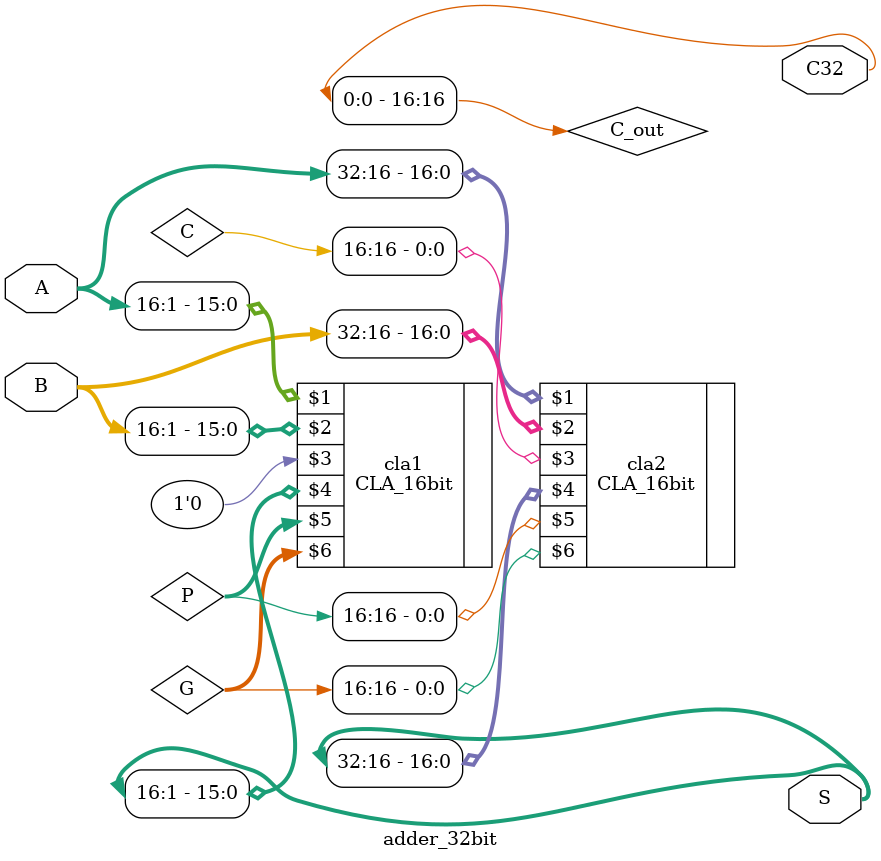
<source format=v>
module adder_32bit(A,B,S,C32);
     input [32:1] A;
     input [32:1] B;
     output [32:1] S;
     output C32;

     wire [16:1] C;
     wire [16:1] P;
     wire [16:1] G;
     wire [16:1] C_out;

     CLA_16bit cla1(A[16:1],B[16:1],1'b0,S[16:1],P[16:1],G[16:1]);
     CLA_16bit cla2(A[32:16],B[32:16],C[16],S[32:16],P[16],G[16]);

     assign C32 = C_out[16];

endmodule
</source>
